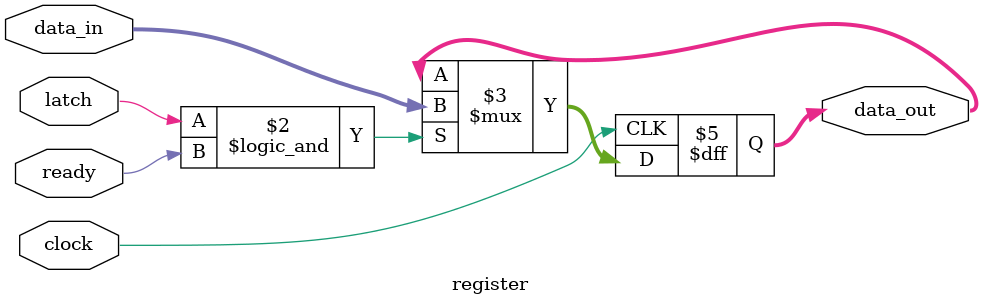
<source format=sv>
`timescale 1ns / 1ps


module register(
        input [7:0]data_in,
        input latch,
        input clock,

        input ready,

        output logic [7:0]data_out
    );

always_ff@(posedge clock)
begin
    if( latch && ready )
        data_out <= data_in;
end

endmodule

</source>
